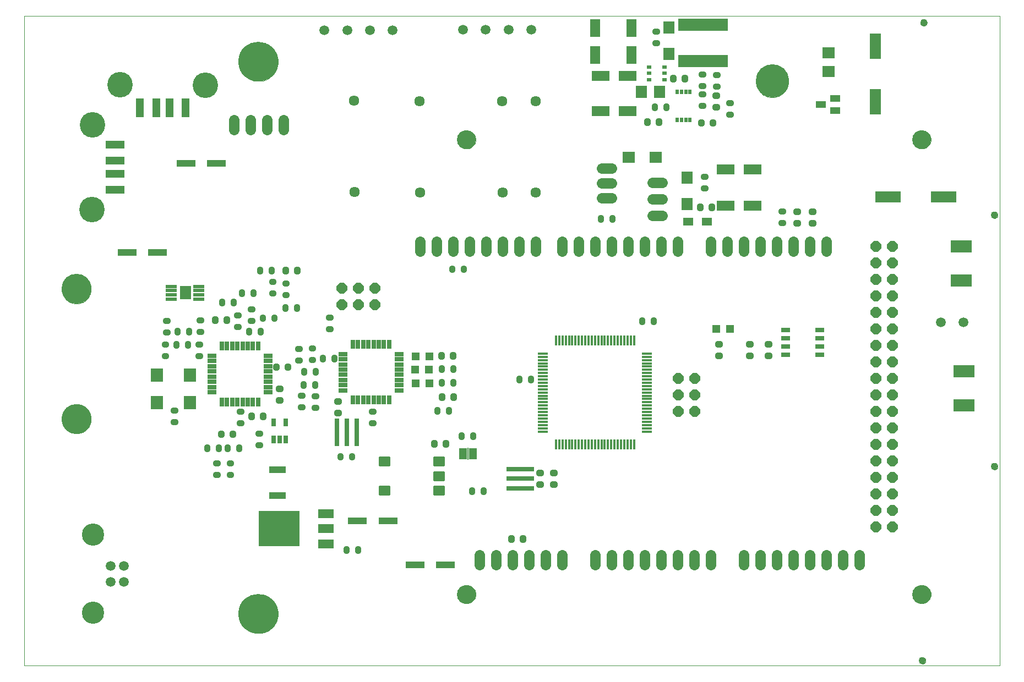
<source format=gts>
G75*
G70*
%OFA0B0*%
%FSLAX24Y24*%
%IPPOS*%
%LPD*%
%AMOC8*
5,1,8,0,0,1.08239X$1,22.5*
%
%ADD10C,0.0000*%
%ADD11C,0.2402*%
%ADD12C,0.2009*%
%ADD13C,0.1142*%
%ADD14C,0.1812*%
%ADD15C,0.0434*%
%ADD16OC8,0.0640*%
%ADD17C,0.0640*%
%ADD18R,0.1142X0.0434*%
%ADD19R,0.0512X0.0512*%
%ADD20R,0.2481X0.2166*%
%ADD21R,0.0670X0.0434*%
%ADD22R,0.0920X0.0520*%
%ADD23R,0.0906X0.1457*%
%ADD24C,0.0315*%
%ADD25R,0.0631X0.0158*%
%ADD26R,0.0158X0.0631*%
%ADD27R,0.0500X0.0670*%
%ADD28R,0.0060X0.0720*%
%ADD29C,0.0089*%
%ADD30R,0.0257X0.0512*%
%ADD31R,0.0260X0.0540*%
%ADD32R,0.0540X0.0260*%
%ADD33R,0.0670X0.0197*%
%ADD34R,0.0658X0.0784*%
%ADD35R,0.0480X0.1170*%
%ADD36C,0.1542*%
%ADD37R,0.0197X0.0300*%
%ADD38R,0.0670X0.0750*%
%ADD39R,0.0750X0.0670*%
%ADD40R,0.0631X0.0512*%
%ADD41R,0.0709X0.0749*%
%ADD42R,0.0591X0.0434*%
%ADD43R,0.0276X0.0217*%
%ADD44R,0.2993X0.0749*%
%ADD45R,0.1024X0.0434*%
%ADD46R,0.1280X0.0741*%
%ADD47R,0.0591X0.1064*%
%ADD48R,0.1064X0.0591*%
%ADD49R,0.0749X0.0827*%
%ADD50C,0.1346*%
%ADD51C,0.0594*%
%ADD52R,0.1170X0.0480*%
%ADD53C,0.0634*%
%ADD54R,0.0749X0.0709*%
%ADD55R,0.0670X0.1575*%
%ADD56R,0.0316X0.1654*%
%ADD57R,0.1654X0.0316*%
%ADD58R,0.1575X0.0670*%
%ADD59R,0.0540X0.0290*%
D10*
X000382Y000190D02*
X000382Y039560D01*
X059437Y039560D01*
X059437Y000190D01*
X000382Y000190D01*
X013374Y003340D02*
X013376Y003409D01*
X013382Y003477D01*
X013392Y003545D01*
X013406Y003612D01*
X013424Y003679D01*
X013445Y003744D01*
X013471Y003808D01*
X013500Y003870D01*
X013532Y003930D01*
X013568Y003989D01*
X013608Y004045D01*
X013650Y004099D01*
X013696Y004150D01*
X013745Y004199D01*
X013796Y004245D01*
X013850Y004287D01*
X013906Y004327D01*
X013964Y004363D01*
X014025Y004395D01*
X014087Y004424D01*
X014151Y004450D01*
X014216Y004471D01*
X014283Y004489D01*
X014350Y004503D01*
X014418Y004513D01*
X014486Y004519D01*
X014555Y004521D01*
X014624Y004519D01*
X014692Y004513D01*
X014760Y004503D01*
X014827Y004489D01*
X014894Y004471D01*
X014959Y004450D01*
X015023Y004424D01*
X015085Y004395D01*
X015145Y004363D01*
X015204Y004327D01*
X015260Y004287D01*
X015314Y004245D01*
X015365Y004199D01*
X015414Y004150D01*
X015460Y004099D01*
X015502Y004045D01*
X015542Y003989D01*
X015578Y003930D01*
X015610Y003870D01*
X015639Y003808D01*
X015665Y003744D01*
X015686Y003679D01*
X015704Y003612D01*
X015718Y003545D01*
X015728Y003477D01*
X015734Y003409D01*
X015736Y003340D01*
X015734Y003271D01*
X015728Y003203D01*
X015718Y003135D01*
X015704Y003068D01*
X015686Y003001D01*
X015665Y002936D01*
X015639Y002872D01*
X015610Y002810D01*
X015578Y002749D01*
X015542Y002691D01*
X015502Y002635D01*
X015460Y002581D01*
X015414Y002530D01*
X015365Y002481D01*
X015314Y002435D01*
X015260Y002393D01*
X015204Y002353D01*
X015146Y002317D01*
X015085Y002285D01*
X015023Y002256D01*
X014959Y002230D01*
X014894Y002209D01*
X014827Y002191D01*
X014760Y002177D01*
X014692Y002167D01*
X014624Y002161D01*
X014555Y002159D01*
X014486Y002161D01*
X014418Y002167D01*
X014350Y002177D01*
X014283Y002191D01*
X014216Y002209D01*
X014151Y002230D01*
X014087Y002256D01*
X014025Y002285D01*
X013964Y002317D01*
X013906Y002353D01*
X013850Y002393D01*
X013796Y002435D01*
X013745Y002481D01*
X013696Y002530D01*
X013650Y002581D01*
X013608Y002635D01*
X013568Y002691D01*
X013532Y002749D01*
X013500Y002810D01*
X013471Y002872D01*
X013445Y002936D01*
X013424Y003001D01*
X013406Y003068D01*
X013392Y003135D01*
X013382Y003203D01*
X013376Y003271D01*
X013374Y003340D01*
X026603Y004521D02*
X026605Y004568D01*
X026611Y004614D01*
X026621Y004660D01*
X026634Y004705D01*
X026652Y004748D01*
X026673Y004790D01*
X026697Y004830D01*
X026725Y004867D01*
X026756Y004902D01*
X026790Y004935D01*
X026826Y004964D01*
X026865Y004990D01*
X026906Y005013D01*
X026949Y005032D01*
X026993Y005048D01*
X027038Y005060D01*
X027084Y005068D01*
X027131Y005072D01*
X027177Y005072D01*
X027224Y005068D01*
X027270Y005060D01*
X027315Y005048D01*
X027359Y005032D01*
X027402Y005013D01*
X027443Y004990D01*
X027482Y004964D01*
X027518Y004935D01*
X027552Y004902D01*
X027583Y004867D01*
X027611Y004830D01*
X027635Y004790D01*
X027656Y004748D01*
X027674Y004705D01*
X027687Y004660D01*
X027697Y004614D01*
X027703Y004568D01*
X027705Y004521D01*
X027703Y004474D01*
X027697Y004428D01*
X027687Y004382D01*
X027674Y004337D01*
X027656Y004294D01*
X027635Y004252D01*
X027611Y004212D01*
X027583Y004175D01*
X027552Y004140D01*
X027518Y004107D01*
X027482Y004078D01*
X027443Y004052D01*
X027402Y004029D01*
X027359Y004010D01*
X027315Y003994D01*
X027270Y003982D01*
X027224Y003974D01*
X027177Y003970D01*
X027131Y003970D01*
X027084Y003974D01*
X027038Y003982D01*
X026993Y003994D01*
X026949Y004010D01*
X026906Y004029D01*
X026865Y004052D01*
X026826Y004078D01*
X026790Y004107D01*
X026756Y004140D01*
X026725Y004175D01*
X026697Y004212D01*
X026673Y004252D01*
X026652Y004294D01*
X026634Y004337D01*
X026621Y004382D01*
X026611Y004428D01*
X026605Y004474D01*
X026603Y004521D01*
X002645Y015151D02*
X002647Y015210D01*
X002653Y015269D01*
X002663Y015327D01*
X002676Y015385D01*
X002694Y015442D01*
X002715Y015497D01*
X002740Y015551D01*
X002769Y015603D01*
X002801Y015652D01*
X002836Y015700D01*
X002874Y015745D01*
X002915Y015788D01*
X002959Y015828D01*
X003005Y015864D01*
X003054Y015898D01*
X003105Y015928D01*
X003158Y015955D01*
X003213Y015978D01*
X003268Y015997D01*
X003326Y016013D01*
X003384Y016025D01*
X003442Y016033D01*
X003501Y016037D01*
X003561Y016037D01*
X003620Y016033D01*
X003678Y016025D01*
X003736Y016013D01*
X003794Y015997D01*
X003849Y015978D01*
X003904Y015955D01*
X003957Y015928D01*
X004008Y015898D01*
X004057Y015864D01*
X004103Y015828D01*
X004147Y015788D01*
X004188Y015745D01*
X004226Y015700D01*
X004261Y015652D01*
X004293Y015603D01*
X004322Y015551D01*
X004347Y015497D01*
X004368Y015442D01*
X004386Y015385D01*
X004399Y015327D01*
X004409Y015269D01*
X004415Y015210D01*
X004417Y015151D01*
X004415Y015092D01*
X004409Y015033D01*
X004399Y014975D01*
X004386Y014917D01*
X004368Y014860D01*
X004347Y014805D01*
X004322Y014751D01*
X004293Y014699D01*
X004261Y014650D01*
X004226Y014602D01*
X004188Y014557D01*
X004147Y014514D01*
X004103Y014474D01*
X004057Y014438D01*
X004008Y014404D01*
X003957Y014374D01*
X003904Y014347D01*
X003849Y014324D01*
X003794Y014305D01*
X003736Y014289D01*
X003678Y014277D01*
X003620Y014269D01*
X003561Y014265D01*
X003501Y014265D01*
X003442Y014269D01*
X003384Y014277D01*
X003326Y014289D01*
X003268Y014305D01*
X003213Y014324D01*
X003158Y014347D01*
X003105Y014374D01*
X003054Y014404D01*
X003005Y014438D01*
X002959Y014474D01*
X002915Y014514D01*
X002874Y014557D01*
X002836Y014602D01*
X002801Y014650D01*
X002769Y014699D01*
X002740Y014751D01*
X002715Y014805D01*
X002694Y014860D01*
X002676Y014917D01*
X002663Y014975D01*
X002653Y015033D01*
X002647Y015092D01*
X002645Y015151D01*
X002645Y023025D02*
X002647Y023084D01*
X002653Y023143D01*
X002663Y023201D01*
X002676Y023259D01*
X002694Y023316D01*
X002715Y023371D01*
X002740Y023425D01*
X002769Y023477D01*
X002801Y023526D01*
X002836Y023574D01*
X002874Y023619D01*
X002915Y023662D01*
X002959Y023702D01*
X003005Y023738D01*
X003054Y023772D01*
X003105Y023802D01*
X003158Y023829D01*
X003213Y023852D01*
X003268Y023871D01*
X003326Y023887D01*
X003384Y023899D01*
X003442Y023907D01*
X003501Y023911D01*
X003561Y023911D01*
X003620Y023907D01*
X003678Y023899D01*
X003736Y023887D01*
X003794Y023871D01*
X003849Y023852D01*
X003904Y023829D01*
X003957Y023802D01*
X004008Y023772D01*
X004057Y023738D01*
X004103Y023702D01*
X004147Y023662D01*
X004188Y023619D01*
X004226Y023574D01*
X004261Y023526D01*
X004293Y023477D01*
X004322Y023425D01*
X004347Y023371D01*
X004368Y023316D01*
X004386Y023259D01*
X004399Y023201D01*
X004409Y023143D01*
X004415Y023084D01*
X004417Y023025D01*
X004415Y022966D01*
X004409Y022907D01*
X004399Y022849D01*
X004386Y022791D01*
X004368Y022734D01*
X004347Y022679D01*
X004322Y022625D01*
X004293Y022573D01*
X004261Y022524D01*
X004226Y022476D01*
X004188Y022431D01*
X004147Y022388D01*
X004103Y022348D01*
X004057Y022312D01*
X004008Y022278D01*
X003957Y022248D01*
X003904Y022221D01*
X003849Y022198D01*
X003794Y022179D01*
X003736Y022163D01*
X003678Y022151D01*
X003620Y022143D01*
X003561Y022139D01*
X003501Y022139D01*
X003442Y022143D01*
X003384Y022151D01*
X003326Y022163D01*
X003268Y022179D01*
X003213Y022198D01*
X003158Y022221D01*
X003105Y022248D01*
X003054Y022278D01*
X003005Y022312D01*
X002959Y022348D01*
X002915Y022388D01*
X002874Y022431D01*
X002836Y022476D01*
X002801Y022524D01*
X002769Y022573D01*
X002740Y022625D01*
X002715Y022679D01*
X002694Y022734D01*
X002676Y022791D01*
X002663Y022849D01*
X002653Y022907D01*
X002647Y022966D01*
X002645Y023025D01*
X013374Y036804D02*
X013376Y036873D01*
X013382Y036941D01*
X013392Y037009D01*
X013406Y037076D01*
X013424Y037143D01*
X013445Y037208D01*
X013471Y037272D01*
X013500Y037334D01*
X013532Y037394D01*
X013568Y037453D01*
X013608Y037509D01*
X013650Y037563D01*
X013696Y037614D01*
X013745Y037663D01*
X013796Y037709D01*
X013850Y037751D01*
X013906Y037791D01*
X013964Y037827D01*
X014025Y037859D01*
X014087Y037888D01*
X014151Y037914D01*
X014216Y037935D01*
X014283Y037953D01*
X014350Y037967D01*
X014418Y037977D01*
X014486Y037983D01*
X014555Y037985D01*
X014624Y037983D01*
X014692Y037977D01*
X014760Y037967D01*
X014827Y037953D01*
X014894Y037935D01*
X014959Y037914D01*
X015023Y037888D01*
X015085Y037859D01*
X015145Y037827D01*
X015204Y037791D01*
X015260Y037751D01*
X015314Y037709D01*
X015365Y037663D01*
X015414Y037614D01*
X015460Y037563D01*
X015502Y037509D01*
X015542Y037453D01*
X015578Y037394D01*
X015610Y037334D01*
X015639Y037272D01*
X015665Y037208D01*
X015686Y037143D01*
X015704Y037076D01*
X015718Y037009D01*
X015728Y036941D01*
X015734Y036873D01*
X015736Y036804D01*
X015734Y036735D01*
X015728Y036667D01*
X015718Y036599D01*
X015704Y036532D01*
X015686Y036465D01*
X015665Y036400D01*
X015639Y036336D01*
X015610Y036274D01*
X015578Y036213D01*
X015542Y036155D01*
X015502Y036099D01*
X015460Y036045D01*
X015414Y035994D01*
X015365Y035945D01*
X015314Y035899D01*
X015260Y035857D01*
X015204Y035817D01*
X015146Y035781D01*
X015085Y035749D01*
X015023Y035720D01*
X014959Y035694D01*
X014894Y035673D01*
X014827Y035655D01*
X014760Y035641D01*
X014692Y035631D01*
X014624Y035625D01*
X014555Y035623D01*
X014486Y035625D01*
X014418Y035631D01*
X014350Y035641D01*
X014283Y035655D01*
X014216Y035673D01*
X014151Y035694D01*
X014087Y035720D01*
X014025Y035749D01*
X013964Y035781D01*
X013906Y035817D01*
X013850Y035857D01*
X013796Y035899D01*
X013745Y035945D01*
X013696Y035994D01*
X013650Y036045D01*
X013608Y036099D01*
X013568Y036155D01*
X013532Y036213D01*
X013500Y036274D01*
X013471Y036336D01*
X013445Y036400D01*
X013424Y036465D01*
X013406Y036532D01*
X013392Y036599D01*
X013382Y036667D01*
X013376Y036735D01*
X013374Y036804D01*
X026603Y032080D02*
X026605Y032127D01*
X026611Y032173D01*
X026621Y032219D01*
X026634Y032264D01*
X026652Y032307D01*
X026673Y032349D01*
X026697Y032389D01*
X026725Y032426D01*
X026756Y032461D01*
X026790Y032494D01*
X026826Y032523D01*
X026865Y032549D01*
X026906Y032572D01*
X026949Y032591D01*
X026993Y032607D01*
X027038Y032619D01*
X027084Y032627D01*
X027131Y032631D01*
X027177Y032631D01*
X027224Y032627D01*
X027270Y032619D01*
X027315Y032607D01*
X027359Y032591D01*
X027402Y032572D01*
X027443Y032549D01*
X027482Y032523D01*
X027518Y032494D01*
X027552Y032461D01*
X027583Y032426D01*
X027611Y032389D01*
X027635Y032349D01*
X027656Y032307D01*
X027674Y032264D01*
X027687Y032219D01*
X027697Y032173D01*
X027703Y032127D01*
X027705Y032080D01*
X027703Y032033D01*
X027697Y031987D01*
X027687Y031941D01*
X027674Y031896D01*
X027656Y031853D01*
X027635Y031811D01*
X027611Y031771D01*
X027583Y031734D01*
X027552Y031699D01*
X027518Y031666D01*
X027482Y031637D01*
X027443Y031611D01*
X027402Y031588D01*
X027359Y031569D01*
X027315Y031553D01*
X027270Y031541D01*
X027224Y031533D01*
X027177Y031529D01*
X027131Y031529D01*
X027084Y031533D01*
X027038Y031541D01*
X026993Y031553D01*
X026949Y031569D01*
X026906Y031588D01*
X026865Y031611D01*
X026826Y031637D01*
X026790Y031666D01*
X026756Y031699D01*
X026725Y031734D01*
X026697Y031771D01*
X026673Y031811D01*
X026652Y031853D01*
X026634Y031896D01*
X026621Y031941D01*
X026611Y031987D01*
X026605Y032033D01*
X026603Y032080D01*
X044673Y035623D02*
X044675Y035685D01*
X044681Y035748D01*
X044691Y035809D01*
X044705Y035870D01*
X044722Y035930D01*
X044743Y035989D01*
X044769Y036046D01*
X044797Y036101D01*
X044829Y036155D01*
X044865Y036206D01*
X044903Y036256D01*
X044945Y036302D01*
X044989Y036346D01*
X045037Y036387D01*
X045086Y036425D01*
X045138Y036459D01*
X045192Y036490D01*
X045248Y036518D01*
X045306Y036542D01*
X045365Y036563D01*
X045425Y036579D01*
X045486Y036592D01*
X045548Y036601D01*
X045610Y036606D01*
X045673Y036607D01*
X045735Y036604D01*
X045797Y036597D01*
X045859Y036586D01*
X045919Y036571D01*
X045979Y036553D01*
X046037Y036531D01*
X046094Y036505D01*
X046149Y036475D01*
X046202Y036442D01*
X046253Y036406D01*
X046301Y036367D01*
X046347Y036324D01*
X046390Y036279D01*
X046430Y036231D01*
X046467Y036181D01*
X046501Y036128D01*
X046532Y036074D01*
X046558Y036018D01*
X046582Y035960D01*
X046601Y035900D01*
X046617Y035840D01*
X046629Y035778D01*
X046637Y035717D01*
X046641Y035654D01*
X046641Y035592D01*
X046637Y035529D01*
X046629Y035468D01*
X046617Y035406D01*
X046601Y035346D01*
X046582Y035286D01*
X046558Y035228D01*
X046532Y035172D01*
X046501Y035118D01*
X046467Y035065D01*
X046430Y035015D01*
X046390Y034967D01*
X046347Y034922D01*
X046301Y034879D01*
X046253Y034840D01*
X046202Y034804D01*
X046149Y034771D01*
X046094Y034741D01*
X046037Y034715D01*
X045979Y034693D01*
X045919Y034675D01*
X045859Y034660D01*
X045797Y034649D01*
X045735Y034642D01*
X045673Y034639D01*
X045610Y034640D01*
X045548Y034645D01*
X045486Y034654D01*
X045425Y034667D01*
X045365Y034683D01*
X045306Y034704D01*
X045248Y034728D01*
X045192Y034756D01*
X045138Y034787D01*
X045086Y034821D01*
X045037Y034859D01*
X044989Y034900D01*
X044945Y034944D01*
X044903Y034990D01*
X044865Y035040D01*
X044829Y035091D01*
X044797Y035145D01*
X044769Y035200D01*
X044743Y035257D01*
X044722Y035316D01*
X044705Y035376D01*
X044691Y035437D01*
X044681Y035498D01*
X044675Y035561D01*
X044673Y035623D01*
X054162Y032080D02*
X054164Y032127D01*
X054170Y032173D01*
X054180Y032219D01*
X054193Y032264D01*
X054211Y032307D01*
X054232Y032349D01*
X054256Y032389D01*
X054284Y032426D01*
X054315Y032461D01*
X054349Y032494D01*
X054385Y032523D01*
X054424Y032549D01*
X054465Y032572D01*
X054508Y032591D01*
X054552Y032607D01*
X054597Y032619D01*
X054643Y032627D01*
X054690Y032631D01*
X054736Y032631D01*
X054783Y032627D01*
X054829Y032619D01*
X054874Y032607D01*
X054918Y032591D01*
X054961Y032572D01*
X055002Y032549D01*
X055041Y032523D01*
X055077Y032494D01*
X055111Y032461D01*
X055142Y032426D01*
X055170Y032389D01*
X055194Y032349D01*
X055215Y032307D01*
X055233Y032264D01*
X055246Y032219D01*
X055256Y032173D01*
X055262Y032127D01*
X055264Y032080D01*
X055262Y032033D01*
X055256Y031987D01*
X055246Y031941D01*
X055233Y031896D01*
X055215Y031853D01*
X055194Y031811D01*
X055170Y031771D01*
X055142Y031734D01*
X055111Y031699D01*
X055077Y031666D01*
X055041Y031637D01*
X055002Y031611D01*
X054961Y031588D01*
X054918Y031569D01*
X054874Y031553D01*
X054829Y031541D01*
X054783Y031533D01*
X054736Y031529D01*
X054690Y031529D01*
X054643Y031533D01*
X054597Y031541D01*
X054552Y031553D01*
X054508Y031569D01*
X054465Y031588D01*
X054424Y031611D01*
X054385Y031637D01*
X054349Y031666D01*
X054315Y031699D01*
X054284Y031734D01*
X054256Y031771D01*
X054232Y031811D01*
X054211Y031853D01*
X054193Y031896D01*
X054180Y031941D01*
X054170Y031987D01*
X054164Y032033D01*
X054162Y032080D01*
X058925Y027513D02*
X058927Y027540D01*
X058933Y027567D01*
X058942Y027593D01*
X058955Y027617D01*
X058971Y027640D01*
X058990Y027659D01*
X059012Y027676D01*
X059036Y027690D01*
X059061Y027700D01*
X059088Y027707D01*
X059115Y027710D01*
X059143Y027709D01*
X059170Y027704D01*
X059196Y027696D01*
X059220Y027684D01*
X059243Y027668D01*
X059264Y027650D01*
X059281Y027629D01*
X059296Y027605D01*
X059307Y027580D01*
X059315Y027554D01*
X059319Y027527D01*
X059319Y027499D01*
X059315Y027472D01*
X059307Y027446D01*
X059296Y027421D01*
X059281Y027397D01*
X059264Y027376D01*
X059243Y027358D01*
X059221Y027342D01*
X059196Y027330D01*
X059170Y027322D01*
X059143Y027317D01*
X059115Y027316D01*
X059088Y027319D01*
X059061Y027326D01*
X059036Y027336D01*
X059012Y027350D01*
X058990Y027367D01*
X058971Y027386D01*
X058955Y027409D01*
X058942Y027433D01*
X058933Y027459D01*
X058927Y027486D01*
X058925Y027513D01*
X054634Y039166D02*
X054636Y039193D01*
X054642Y039220D01*
X054651Y039246D01*
X054664Y039270D01*
X054680Y039293D01*
X054699Y039312D01*
X054721Y039329D01*
X054745Y039343D01*
X054770Y039353D01*
X054797Y039360D01*
X054824Y039363D01*
X054852Y039362D01*
X054879Y039357D01*
X054905Y039349D01*
X054929Y039337D01*
X054952Y039321D01*
X054973Y039303D01*
X054990Y039282D01*
X055005Y039258D01*
X055016Y039233D01*
X055024Y039207D01*
X055028Y039180D01*
X055028Y039152D01*
X055024Y039125D01*
X055016Y039099D01*
X055005Y039074D01*
X054990Y039050D01*
X054973Y039029D01*
X054952Y039011D01*
X054930Y038995D01*
X054905Y038983D01*
X054879Y038975D01*
X054852Y038970D01*
X054824Y038969D01*
X054797Y038972D01*
X054770Y038979D01*
X054745Y038989D01*
X054721Y039003D01*
X054699Y039020D01*
X054680Y039039D01*
X054664Y039062D01*
X054651Y039086D01*
X054642Y039112D01*
X054636Y039139D01*
X054634Y039166D01*
X058925Y012277D02*
X058927Y012304D01*
X058933Y012331D01*
X058942Y012357D01*
X058955Y012381D01*
X058971Y012404D01*
X058990Y012423D01*
X059012Y012440D01*
X059036Y012454D01*
X059061Y012464D01*
X059088Y012471D01*
X059115Y012474D01*
X059143Y012473D01*
X059170Y012468D01*
X059196Y012460D01*
X059220Y012448D01*
X059243Y012432D01*
X059264Y012414D01*
X059281Y012393D01*
X059296Y012369D01*
X059307Y012344D01*
X059315Y012318D01*
X059319Y012291D01*
X059319Y012263D01*
X059315Y012236D01*
X059307Y012210D01*
X059296Y012185D01*
X059281Y012161D01*
X059264Y012140D01*
X059243Y012122D01*
X059221Y012106D01*
X059196Y012094D01*
X059170Y012086D01*
X059143Y012081D01*
X059115Y012080D01*
X059088Y012083D01*
X059061Y012090D01*
X059036Y012100D01*
X059012Y012114D01*
X058990Y012131D01*
X058971Y012150D01*
X058955Y012173D01*
X058942Y012197D01*
X058933Y012223D01*
X058927Y012250D01*
X058925Y012277D01*
X054162Y004521D02*
X054164Y004568D01*
X054170Y004614D01*
X054180Y004660D01*
X054193Y004705D01*
X054211Y004748D01*
X054232Y004790D01*
X054256Y004830D01*
X054284Y004867D01*
X054315Y004902D01*
X054349Y004935D01*
X054385Y004964D01*
X054424Y004990D01*
X054465Y005013D01*
X054508Y005032D01*
X054552Y005048D01*
X054597Y005060D01*
X054643Y005068D01*
X054690Y005072D01*
X054736Y005072D01*
X054783Y005068D01*
X054829Y005060D01*
X054874Y005048D01*
X054918Y005032D01*
X054961Y005013D01*
X055002Y004990D01*
X055041Y004964D01*
X055077Y004935D01*
X055111Y004902D01*
X055142Y004867D01*
X055170Y004830D01*
X055194Y004790D01*
X055215Y004748D01*
X055233Y004705D01*
X055246Y004660D01*
X055256Y004614D01*
X055262Y004568D01*
X055264Y004521D01*
X055262Y004474D01*
X055256Y004428D01*
X055246Y004382D01*
X055233Y004337D01*
X055215Y004294D01*
X055194Y004252D01*
X055170Y004212D01*
X055142Y004175D01*
X055111Y004140D01*
X055077Y004107D01*
X055041Y004078D01*
X055002Y004052D01*
X054961Y004029D01*
X054918Y004010D01*
X054874Y003994D01*
X054829Y003982D01*
X054783Y003974D01*
X054736Y003970D01*
X054690Y003970D01*
X054643Y003974D01*
X054597Y003982D01*
X054552Y003994D01*
X054508Y004010D01*
X054465Y004029D01*
X054424Y004052D01*
X054385Y004078D01*
X054349Y004107D01*
X054315Y004140D01*
X054284Y004175D01*
X054256Y004212D01*
X054232Y004252D01*
X054211Y004294D01*
X054193Y004337D01*
X054180Y004382D01*
X054170Y004428D01*
X054164Y004474D01*
X054162Y004521D01*
X054555Y000505D02*
X054557Y000532D01*
X054563Y000559D01*
X054572Y000585D01*
X054585Y000609D01*
X054601Y000632D01*
X054620Y000651D01*
X054642Y000668D01*
X054666Y000682D01*
X054691Y000692D01*
X054718Y000699D01*
X054745Y000702D01*
X054773Y000701D01*
X054800Y000696D01*
X054826Y000688D01*
X054850Y000676D01*
X054873Y000660D01*
X054894Y000642D01*
X054911Y000621D01*
X054926Y000597D01*
X054937Y000572D01*
X054945Y000546D01*
X054949Y000519D01*
X054949Y000491D01*
X054945Y000464D01*
X054937Y000438D01*
X054926Y000413D01*
X054911Y000389D01*
X054894Y000368D01*
X054873Y000350D01*
X054851Y000334D01*
X054826Y000322D01*
X054800Y000314D01*
X054773Y000309D01*
X054745Y000308D01*
X054718Y000311D01*
X054691Y000318D01*
X054666Y000328D01*
X054642Y000342D01*
X054620Y000359D01*
X054601Y000378D01*
X054585Y000401D01*
X054572Y000425D01*
X054563Y000451D01*
X054557Y000478D01*
X054555Y000505D01*
D11*
X014555Y003340D03*
X014555Y036804D03*
D12*
X045657Y035623D03*
D13*
X054713Y032080D03*
X027154Y032080D03*
X027154Y004521D03*
X054713Y004521D03*
D14*
X003531Y015151D03*
X003531Y023025D03*
D15*
X054831Y039166D03*
X059122Y027513D03*
X059122Y012277D03*
X054752Y000505D03*
D16*
X052932Y008590D03*
X051932Y008590D03*
X051932Y009590D03*
X052932Y009590D03*
X052932Y010590D03*
X051932Y010590D03*
X051932Y011590D03*
X052932Y011590D03*
X052932Y012590D03*
X051932Y012590D03*
X051932Y013590D03*
X052932Y013590D03*
X052932Y014590D03*
X051932Y014590D03*
X051932Y015590D03*
X052932Y015590D03*
X052932Y016590D03*
X051932Y016590D03*
X051932Y017590D03*
X052932Y017590D03*
X052932Y018590D03*
X051932Y018590D03*
X051932Y019590D03*
X052932Y019590D03*
X052932Y020590D03*
X051932Y020590D03*
X051932Y021590D03*
X052932Y021590D03*
X052932Y022590D03*
X051932Y022590D03*
X051932Y023590D03*
X052932Y023590D03*
X052932Y024590D03*
X051932Y024590D03*
X051932Y025590D03*
X052932Y025590D03*
X040982Y017590D03*
X039982Y017590D03*
X039982Y016590D03*
X040982Y016590D03*
X040982Y015590D03*
X039982Y015590D03*
X021603Y022073D03*
X020603Y022073D03*
X019603Y022073D03*
X019603Y023073D03*
X020603Y023073D03*
X021603Y023073D03*
D17*
X024332Y025290D02*
X024332Y025890D01*
X025332Y025890D02*
X025332Y025290D01*
X026332Y025290D02*
X026332Y025890D01*
X027332Y025890D02*
X027332Y025290D01*
X028332Y025290D02*
X028332Y025890D01*
X029332Y025890D02*
X029332Y025290D01*
X030332Y025290D02*
X030332Y025890D01*
X031332Y025890D02*
X031332Y025290D01*
X032932Y025290D02*
X032932Y025890D01*
X033932Y025890D02*
X033932Y025290D01*
X034932Y025290D02*
X034932Y025890D01*
X035932Y025890D02*
X035932Y025290D01*
X036932Y025290D02*
X036932Y025890D01*
X037932Y025890D02*
X037932Y025290D01*
X038932Y025290D02*
X038932Y025890D01*
X039932Y025890D02*
X039932Y025290D01*
X041932Y025290D02*
X041932Y025890D01*
X042932Y025890D02*
X042932Y025290D01*
X043932Y025290D02*
X043932Y025890D01*
X044932Y025890D02*
X044932Y025290D01*
X045932Y025290D02*
X045932Y025890D01*
X046932Y025890D02*
X046932Y025290D01*
X047932Y025290D02*
X047932Y025890D01*
X048932Y025890D02*
X048932Y025290D01*
X039005Y027458D02*
X038405Y027458D01*
X038405Y028458D02*
X039005Y028458D01*
X039005Y029458D02*
X038405Y029458D01*
X035930Y029442D02*
X035330Y029442D01*
X035330Y030342D02*
X035930Y030342D01*
X035930Y028542D02*
X035330Y028542D01*
X016056Y032667D02*
X016056Y033267D01*
X015056Y033267D02*
X015056Y032667D01*
X014056Y032667D02*
X014056Y033267D01*
X013056Y033267D02*
X013056Y032667D01*
X027932Y006890D02*
X027932Y006290D01*
X028932Y006290D02*
X028932Y006890D01*
X029932Y006890D02*
X029932Y006290D01*
X030932Y006290D02*
X030932Y006890D01*
X031932Y006890D02*
X031932Y006290D01*
X032932Y006290D02*
X032932Y006890D01*
X034932Y006890D02*
X034932Y006290D01*
X035932Y006290D02*
X035932Y006890D01*
X036932Y006890D02*
X036932Y006290D01*
X037932Y006290D02*
X037932Y006890D01*
X038932Y006890D02*
X038932Y006290D01*
X039932Y006290D02*
X039932Y006890D01*
X040932Y006890D02*
X040932Y006290D01*
X041932Y006290D02*
X041932Y006890D01*
X043932Y006890D02*
X043932Y006290D01*
X044932Y006290D02*
X044932Y006890D01*
X045932Y006890D02*
X045932Y006290D01*
X046932Y006290D02*
X046932Y006890D01*
X047932Y006890D02*
X047932Y006290D01*
X048932Y006290D02*
X048932Y006890D01*
X049932Y006890D02*
X049932Y006290D01*
X050932Y006290D02*
X050932Y006890D01*
D18*
X025886Y006294D03*
X024036Y006294D03*
X022397Y008961D03*
X020547Y008961D03*
X008453Y025249D03*
X006602Y025249D03*
X010165Y030623D03*
X012016Y030623D03*
D19*
X024066Y018938D03*
X024893Y018938D03*
X024873Y018129D03*
X024046Y018129D03*
X024066Y017320D03*
X024893Y017320D03*
X042269Y020590D03*
X043095Y020590D03*
D20*
X015798Y008490D03*
D21*
X018672Y007592D03*
X018672Y009388D03*
D22*
X018652Y009400D03*
X018652Y008490D03*
X018652Y007580D03*
D23*
X016212Y008490D03*
D24*
X019829Y007290D02*
X019829Y007132D01*
X019829Y007290D02*
X019909Y007290D01*
X019909Y007132D01*
X019829Y007132D01*
X020529Y007132D02*
X020529Y007290D01*
X020609Y007290D01*
X020609Y007132D01*
X020529Y007132D01*
X027442Y010711D02*
X027522Y010711D01*
X027442Y010711D02*
X027442Y010869D01*
X027522Y010869D01*
X027522Y010711D01*
X028142Y010711D02*
X028222Y010711D01*
X028142Y010711D02*
X028142Y010869D01*
X028222Y010869D01*
X028222Y010711D01*
X031661Y011150D02*
X031661Y011230D01*
X031661Y011150D02*
X031503Y011150D01*
X031503Y011230D01*
X031661Y011230D01*
X032353Y011230D02*
X032353Y011150D01*
X032353Y011230D02*
X032511Y011230D01*
X032511Y011150D01*
X032353Y011150D01*
X032353Y011850D02*
X032353Y011930D01*
X032511Y011930D01*
X032511Y011850D01*
X032353Y011850D01*
X031661Y011850D02*
X031661Y011930D01*
X031661Y011850D02*
X031503Y011850D01*
X031503Y011930D01*
X031661Y011930D01*
X027502Y014038D02*
X027502Y014196D01*
X027582Y014196D01*
X027582Y014038D01*
X027502Y014038D01*
X026802Y014038D02*
X026802Y014196D01*
X026882Y014196D01*
X026882Y014038D01*
X026802Y014038D01*
X025928Y013732D02*
X025928Y013574D01*
X025848Y013574D01*
X025848Y013732D01*
X025928Y013732D01*
X025228Y013732D02*
X025228Y013574D01*
X025148Y013574D01*
X025148Y013732D01*
X025228Y013732D01*
X025333Y015587D02*
X025413Y015587D01*
X025333Y015587D02*
X025333Y015745D01*
X025413Y015745D01*
X025413Y015587D01*
X026033Y015587D02*
X026113Y015587D01*
X026033Y015587D02*
X026033Y015745D01*
X026113Y015745D01*
X026113Y015587D01*
X026309Y016407D02*
X026389Y016407D01*
X026309Y016407D02*
X026309Y016565D01*
X026389Y016565D01*
X026389Y016407D01*
X025689Y016407D02*
X025609Y016407D01*
X025609Y016565D01*
X025689Y016565D01*
X025689Y016407D01*
X025669Y017438D02*
X025589Y017438D01*
X025669Y017438D02*
X025669Y017280D01*
X025589Y017280D01*
X025589Y017438D01*
X026289Y017438D02*
X026369Y017438D01*
X026369Y017280D01*
X026289Y017280D01*
X026289Y017438D01*
X026289Y018276D02*
X026369Y018276D01*
X026369Y018118D01*
X026289Y018118D01*
X026289Y018276D01*
X025669Y018276D02*
X025589Y018276D01*
X025669Y018276D02*
X025669Y018118D01*
X025589Y018118D01*
X025589Y018276D01*
X025579Y018918D02*
X025659Y018918D01*
X025579Y018918D02*
X025579Y019076D01*
X025659Y019076D01*
X025659Y018918D01*
X026279Y018918D02*
X026359Y018918D01*
X026279Y018918D02*
X026279Y019076D01*
X026359Y019076D01*
X026359Y018918D01*
X030308Y017645D02*
X030308Y017487D01*
X030308Y017645D02*
X030388Y017645D01*
X030388Y017487D01*
X030308Y017487D01*
X031008Y017487D02*
X031008Y017645D01*
X031088Y017645D01*
X031088Y017487D01*
X031008Y017487D01*
X037822Y021011D02*
X037822Y021169D01*
X037822Y021011D02*
X037742Y021011D01*
X037742Y021169D01*
X037822Y021169D01*
X038522Y021169D02*
X038522Y021011D01*
X038442Y021011D01*
X038442Y021169D01*
X038522Y021169D01*
X042353Y019730D02*
X042353Y019650D01*
X042353Y019730D02*
X042511Y019730D01*
X042511Y019650D01*
X042353Y019650D01*
X042353Y019030D02*
X042353Y018950D01*
X042353Y019030D02*
X042511Y019030D01*
X042511Y018950D01*
X042353Y018950D01*
X044363Y018950D02*
X044363Y019030D01*
X044363Y018950D02*
X044205Y018950D01*
X044205Y019030D01*
X044363Y019030D01*
X044363Y019650D02*
X044363Y019730D01*
X044363Y019650D02*
X044205Y019650D01*
X044205Y019730D01*
X044363Y019730D01*
X045502Y019730D02*
X045502Y019650D01*
X045344Y019650D01*
X045344Y019730D01*
X045502Y019730D01*
X045502Y019030D02*
X045502Y018950D01*
X045344Y018950D01*
X045344Y019030D01*
X045502Y019030D01*
X046169Y027005D02*
X046169Y027085D01*
X046327Y027085D01*
X046327Y027005D01*
X046169Y027005D01*
X046169Y027705D02*
X046169Y027785D01*
X046327Y027785D01*
X046327Y027705D01*
X046169Y027705D01*
X047075Y027685D02*
X047233Y027685D01*
X047075Y027685D02*
X047075Y027765D01*
X047233Y027765D01*
X047233Y027685D01*
X047233Y026985D02*
X047075Y026985D01*
X047075Y027065D01*
X047233Y027065D01*
X047233Y026985D01*
X048000Y026985D02*
X048000Y027065D01*
X048158Y027065D01*
X048158Y026985D01*
X048000Y026985D01*
X048000Y027685D02*
X048000Y027765D01*
X048158Y027765D01*
X048158Y027685D01*
X048000Y027685D01*
X042032Y027906D02*
X041952Y027906D01*
X041952Y028064D01*
X042032Y028064D01*
X042032Y027906D01*
X041332Y027906D02*
X041252Y027906D01*
X041252Y028064D01*
X041332Y028064D01*
X041332Y027906D01*
X041484Y029091D02*
X041484Y029171D01*
X041642Y029171D01*
X041642Y029091D01*
X041484Y029091D01*
X041484Y029791D02*
X041484Y029871D01*
X041642Y029871D01*
X041642Y029791D01*
X041484Y029791D01*
X041391Y033024D02*
X041391Y033182D01*
X041391Y033024D02*
X041311Y033024D01*
X041311Y033182D01*
X041391Y033182D01*
X042091Y033182D02*
X042091Y033024D01*
X042011Y033024D01*
X042011Y033182D01*
X042091Y033182D01*
X042173Y034013D02*
X042173Y034093D01*
X042331Y034093D01*
X042331Y034013D01*
X042173Y034013D01*
X041504Y034091D02*
X041504Y034171D01*
X041504Y034091D02*
X041346Y034091D01*
X041346Y034171D01*
X041504Y034171D01*
X041504Y034791D02*
X041504Y034871D01*
X041504Y034791D02*
X041346Y034791D01*
X041346Y034871D01*
X041504Y034871D01*
X041346Y035292D02*
X041346Y035372D01*
X041504Y035372D01*
X041504Y035292D01*
X041346Y035292D01*
X042212Y035272D02*
X042370Y035272D01*
X042212Y035272D02*
X042212Y035352D01*
X042370Y035352D01*
X042370Y035272D01*
X042173Y034793D02*
X042173Y034713D01*
X042173Y034793D02*
X042331Y034793D01*
X042331Y034713D01*
X042173Y034713D01*
X043019Y034340D02*
X043019Y034260D01*
X043019Y034340D02*
X043177Y034340D01*
X043177Y034260D01*
X043019Y034260D01*
X043019Y033640D02*
X043019Y033560D01*
X043019Y033640D02*
X043177Y033640D01*
X043177Y033560D01*
X043019Y033560D01*
X040398Y035702D02*
X040318Y035702D01*
X040318Y035860D01*
X040398Y035860D01*
X040398Y035702D01*
X039698Y035702D02*
X039618Y035702D01*
X039618Y035860D01*
X039698Y035860D01*
X039698Y035702D01*
X041346Y035992D02*
X041346Y036072D01*
X041504Y036072D01*
X041504Y035992D01*
X041346Y035992D01*
X042212Y035972D02*
X042370Y035972D01*
X042212Y035972D02*
X042212Y036052D01*
X042370Y036052D01*
X042370Y035972D01*
X039276Y033969D02*
X039196Y033969D01*
X039196Y034127D01*
X039276Y034127D01*
X039276Y033969D01*
X038576Y033969D02*
X038496Y033969D01*
X038496Y034127D01*
X038576Y034127D01*
X038576Y033969D01*
X038743Y033241D02*
X038743Y033083D01*
X038743Y033241D02*
X038823Y033241D01*
X038823Y033083D01*
X038743Y033083D01*
X038043Y033083D02*
X038043Y033241D01*
X038123Y033241D01*
X038123Y033083D01*
X038043Y033083D01*
X038531Y037971D02*
X038689Y037971D01*
X038689Y037891D01*
X038531Y037891D01*
X038531Y037971D01*
X038531Y038671D02*
X038689Y038671D01*
X038689Y038591D01*
X038531Y038591D01*
X038531Y038671D01*
X036008Y027356D02*
X035928Y027356D01*
X036008Y027356D02*
X036008Y027198D01*
X035928Y027198D01*
X035928Y027356D01*
X035308Y027356D02*
X035228Y027356D01*
X035308Y027356D02*
X035308Y027198D01*
X035228Y027198D01*
X035228Y027356D01*
X027022Y024319D02*
X027022Y024161D01*
X026942Y024161D01*
X026942Y024319D01*
X027022Y024319D01*
X026322Y024319D02*
X026322Y024161D01*
X026242Y024161D01*
X026242Y024319D01*
X026322Y024319D01*
X018932Y021344D02*
X018932Y021264D01*
X018774Y021264D01*
X018774Y021344D01*
X018932Y021344D01*
X018932Y020644D02*
X018932Y020564D01*
X018774Y020564D01*
X018774Y020644D01*
X018932Y020644D01*
X017882Y019478D02*
X017882Y019398D01*
X017724Y019398D01*
X017724Y019478D01*
X017882Y019478D01*
X017075Y019358D02*
X016917Y019358D01*
X016917Y019438D01*
X017075Y019438D01*
X017075Y019358D01*
X017075Y018658D02*
X016917Y018658D01*
X016917Y018738D01*
X017075Y018738D01*
X017075Y018658D01*
X017882Y018698D02*
X017882Y018778D01*
X017882Y018698D02*
X017724Y018698D01*
X017724Y018778D01*
X017882Y018778D01*
X018404Y018746D02*
X018404Y018904D01*
X018484Y018904D01*
X018484Y018746D01*
X018404Y018746D01*
X019104Y018746D02*
X019104Y018904D01*
X019184Y018904D01*
X019184Y018746D01*
X019104Y018746D01*
X018036Y018104D02*
X017956Y018104D01*
X018036Y018104D02*
X018036Y017946D01*
X017956Y017946D01*
X017956Y018104D01*
X017336Y018104D02*
X017256Y018104D01*
X017336Y018104D02*
X017336Y017946D01*
X017256Y017946D01*
X017256Y018104D01*
X016368Y018225D02*
X016288Y018225D01*
X016288Y018383D01*
X016368Y018383D01*
X016368Y018225D01*
X015668Y018225D02*
X015588Y018225D01*
X015588Y018383D01*
X015668Y018383D01*
X015668Y018225D01*
X015751Y017024D02*
X015751Y016944D01*
X015751Y017024D02*
X015909Y017024D01*
X015909Y016944D01*
X015751Y016944D01*
X015751Y016324D02*
X015751Y016244D01*
X015751Y016324D02*
X015909Y016324D01*
X015909Y016244D01*
X015751Y016244D01*
X014866Y015402D02*
X014866Y015244D01*
X014786Y015244D01*
X014786Y015402D01*
X014866Y015402D01*
X014166Y015402D02*
X014166Y015244D01*
X014086Y015244D01*
X014086Y015402D01*
X014166Y015402D01*
X013369Y015563D02*
X013369Y015643D01*
X013527Y015643D01*
X013527Y015563D01*
X013369Y015563D01*
X013369Y014943D02*
X013369Y014863D01*
X013369Y014943D02*
X013527Y014943D01*
X013527Y014863D01*
X013369Y014863D01*
X013023Y014161D02*
X012943Y014161D01*
X012943Y014319D01*
X013023Y014319D01*
X013023Y014161D01*
X012323Y014161D02*
X012243Y014161D01*
X012243Y014319D01*
X012323Y014319D01*
X012323Y014161D01*
X012090Y013478D02*
X012090Y013320D01*
X012090Y013478D02*
X012170Y013478D01*
X012170Y013320D01*
X012090Y013320D01*
X012710Y013300D02*
X012710Y013458D01*
X012710Y013300D02*
X012630Y013300D01*
X012630Y013458D01*
X012710Y013458D01*
X013410Y013458D02*
X013410Y013300D01*
X013330Y013300D01*
X013330Y013458D01*
X013410Y013458D01*
X012763Y012517D02*
X012763Y012437D01*
X012763Y012517D02*
X012921Y012517D01*
X012921Y012437D01*
X012763Y012437D01*
X012763Y011817D02*
X012763Y011737D01*
X012763Y011817D02*
X012921Y011817D01*
X012921Y011737D01*
X012763Y011737D01*
X011932Y011736D02*
X011932Y011816D01*
X012090Y011816D01*
X012090Y011736D01*
X011932Y011736D01*
X011932Y012436D02*
X011932Y012516D01*
X012090Y012516D01*
X012090Y012436D01*
X011932Y012436D01*
X011390Y013320D02*
X011390Y013478D01*
X011470Y013478D01*
X011470Y013320D01*
X011390Y013320D01*
X009536Y014938D02*
X009378Y014938D01*
X009378Y015018D01*
X009536Y015018D01*
X009536Y014938D01*
X009536Y015638D02*
X009378Y015638D01*
X009378Y015718D01*
X009536Y015718D01*
X009536Y015638D01*
X008827Y018934D02*
X008827Y019014D01*
X008985Y019014D01*
X008985Y018934D01*
X008827Y018934D01*
X008827Y019634D02*
X008827Y019714D01*
X008985Y019714D01*
X008985Y019634D01*
X008827Y019634D01*
X009539Y019580D02*
X009619Y019580D01*
X009539Y019580D02*
X009539Y019738D01*
X009619Y019738D01*
X009619Y019580D01*
X010239Y019580D02*
X010319Y019580D01*
X010239Y019580D02*
X010239Y019738D01*
X010319Y019738D01*
X010319Y019580D01*
X010874Y019714D02*
X011032Y019714D01*
X011032Y019634D01*
X010874Y019634D01*
X010874Y019714D01*
X010933Y020391D02*
X011091Y020391D01*
X010933Y020391D02*
X010933Y020471D01*
X011091Y020471D01*
X011091Y020391D01*
X010378Y020387D02*
X010298Y020387D01*
X010298Y020545D01*
X010378Y020545D01*
X010378Y020387D01*
X009678Y020387D02*
X009598Y020387D01*
X009598Y020545D01*
X009678Y020545D01*
X009678Y020387D01*
X009063Y020371D02*
X009063Y020451D01*
X009063Y020371D02*
X008905Y020371D01*
X008905Y020451D01*
X009063Y020451D01*
X009063Y021071D02*
X009063Y021151D01*
X009063Y021071D02*
X008905Y021071D01*
X008905Y021151D01*
X009063Y021151D01*
X010933Y021091D02*
X011091Y021091D01*
X010933Y021091D02*
X010933Y021171D01*
X011091Y021171D01*
X011091Y021091D01*
X011962Y021076D02*
X011962Y021234D01*
X011962Y021076D02*
X011882Y021076D01*
X011882Y021234D01*
X011962Y021234D01*
X012662Y021234D02*
X012662Y021076D01*
X012582Y021076D01*
X012582Y021234D01*
X012662Y021234D01*
X013216Y021406D02*
X013216Y021486D01*
X013374Y021486D01*
X013374Y021406D01*
X013216Y021406D01*
X014043Y021140D02*
X014043Y021060D01*
X014043Y021140D02*
X014201Y021140D01*
X014201Y021060D01*
X014043Y021060D01*
X014836Y021194D02*
X014836Y021352D01*
X014836Y021194D02*
X014756Y021194D01*
X014756Y021352D01*
X014836Y021352D01*
X015536Y021352D02*
X015536Y021194D01*
X015456Y021194D01*
X015456Y021352D01*
X015536Y021352D01*
X016134Y021804D02*
X016134Y021962D01*
X016214Y021962D01*
X016214Y021804D01*
X016134Y021804D01*
X016834Y021804D02*
X016834Y021962D01*
X016914Y021962D01*
X016914Y021804D01*
X016834Y021804D01*
X016130Y022635D02*
X016130Y022715D01*
X016288Y022715D01*
X016288Y022635D01*
X016130Y022635D01*
X015323Y022733D02*
X015323Y022813D01*
X015481Y022813D01*
X015481Y022733D01*
X015323Y022733D01*
X015323Y023433D02*
X015323Y023513D01*
X015481Y023513D01*
X015481Y023433D01*
X015323Y023433D01*
X015298Y024226D02*
X015378Y024226D01*
X015378Y024068D01*
X015298Y024068D01*
X015298Y024226D01*
X014678Y024226D02*
X014598Y024226D01*
X014678Y024226D02*
X014678Y024068D01*
X014598Y024068D01*
X014598Y024226D01*
X016153Y024068D02*
X016233Y024068D01*
X016153Y024068D02*
X016153Y024226D01*
X016233Y024226D01*
X016233Y024068D01*
X016853Y024068D02*
X016933Y024068D01*
X016853Y024068D02*
X016853Y024226D01*
X016933Y024226D01*
X016933Y024068D01*
X016130Y023415D02*
X016130Y023335D01*
X016130Y023415D02*
X016288Y023415D01*
X016288Y023335D01*
X016130Y023335D01*
X014276Y022709D02*
X014196Y022709D01*
X014196Y022867D01*
X014276Y022867D01*
X014276Y022709D01*
X013576Y022709D02*
X013496Y022709D01*
X013496Y022867D01*
X013576Y022867D01*
X013576Y022709D01*
X013075Y022297D02*
X012995Y022297D01*
X013075Y022297D02*
X013075Y022139D01*
X012995Y022139D01*
X012995Y022297D01*
X012375Y022297D02*
X012295Y022297D01*
X012375Y022297D02*
X012375Y022139D01*
X012295Y022139D01*
X012295Y022297D01*
X014043Y021840D02*
X014043Y021760D01*
X014043Y021840D02*
X014201Y021840D01*
X014201Y021760D01*
X014043Y021760D01*
X013216Y020786D02*
X013216Y020706D01*
X013216Y020786D02*
X013374Y020786D01*
X013374Y020706D01*
X013216Y020706D01*
X013929Y020525D02*
X013929Y020367D01*
X013929Y020525D02*
X014009Y020525D01*
X014009Y020367D01*
X013929Y020367D01*
X014629Y020367D02*
X014629Y020525D01*
X014709Y020525D01*
X014709Y020367D01*
X014629Y020367D01*
X011032Y019014D02*
X010874Y019014D01*
X011032Y019014D02*
X011032Y018934D01*
X010874Y018934D01*
X010874Y019014D01*
X017236Y017297D02*
X017316Y017297D01*
X017316Y017139D01*
X017236Y017139D01*
X017236Y017297D01*
X017233Y016604D02*
X017075Y016604D01*
X017233Y016604D02*
X017233Y016524D01*
X017075Y016524D01*
X017075Y016604D01*
X017075Y015904D02*
X017233Y015904D01*
X017233Y015824D01*
X017075Y015824D01*
X017075Y015904D01*
X017901Y015884D02*
X017901Y015804D01*
X017901Y015884D02*
X018059Y015884D01*
X018059Y015804D01*
X017901Y015804D01*
X017901Y016504D02*
X017901Y016584D01*
X018059Y016584D01*
X018059Y016504D01*
X017901Y016504D01*
X017936Y017297D02*
X018016Y017297D01*
X018016Y017139D01*
X017936Y017139D01*
X017936Y017297D01*
X019274Y016260D02*
X019274Y016180D01*
X019274Y016260D02*
X019432Y016260D01*
X019432Y016180D01*
X019274Y016180D01*
X019274Y015560D02*
X019274Y015480D01*
X019274Y015560D02*
X019432Y015560D01*
X019432Y015480D01*
X019274Y015480D01*
X021370Y015572D02*
X021528Y015572D01*
X021370Y015572D02*
X021370Y015652D01*
X021528Y015652D01*
X021528Y015572D01*
X021528Y014872D02*
X021370Y014872D01*
X021370Y014952D01*
X021528Y014952D01*
X021528Y014872D01*
X020244Y012796D02*
X020164Y012796D01*
X020164Y012954D01*
X020244Y012954D01*
X020244Y012796D01*
X019544Y012796D02*
X019464Y012796D01*
X019464Y012954D01*
X019544Y012954D01*
X019544Y012796D01*
X014671Y013619D02*
X014513Y013619D01*
X014671Y013619D02*
X014671Y013539D01*
X014513Y013539D01*
X014513Y013619D01*
X014513Y014319D02*
X014671Y014319D01*
X014671Y014239D01*
X014513Y014239D01*
X014513Y014319D01*
X029901Y007957D02*
X029901Y007799D01*
X029821Y007799D01*
X029821Y007957D01*
X029901Y007957D01*
X030601Y007957D02*
X030601Y007799D01*
X030521Y007799D01*
X030521Y007957D01*
X030601Y007957D01*
D25*
X031782Y014388D03*
X031782Y014585D03*
X031782Y014782D03*
X031782Y014978D03*
X031782Y015175D03*
X031782Y015372D03*
X031782Y015569D03*
X031782Y015766D03*
X031782Y015963D03*
X031782Y016159D03*
X031782Y016356D03*
X031782Y016553D03*
X031782Y016750D03*
X031782Y016947D03*
X031782Y017144D03*
X031782Y017341D03*
X031782Y017537D03*
X031782Y017734D03*
X031782Y017931D03*
X031782Y018128D03*
X031782Y018325D03*
X031782Y018522D03*
X031782Y018719D03*
X031782Y018915D03*
X031782Y019112D03*
X038081Y019112D03*
X038081Y018915D03*
X038081Y018719D03*
X038081Y018522D03*
X038081Y018325D03*
X038081Y018128D03*
X038081Y017931D03*
X038081Y017734D03*
X038081Y017537D03*
X038081Y017341D03*
X038081Y017144D03*
X038081Y016947D03*
X038081Y016750D03*
X038081Y016553D03*
X038081Y016356D03*
X038081Y016159D03*
X038081Y015963D03*
X038081Y015766D03*
X038081Y015569D03*
X038081Y015372D03*
X038081Y015175D03*
X038081Y014978D03*
X038081Y014782D03*
X038081Y014585D03*
X038081Y014388D03*
D26*
X037294Y013600D03*
X037097Y013600D03*
X036900Y013600D03*
X036704Y013600D03*
X036507Y013600D03*
X036310Y013600D03*
X036113Y013600D03*
X035916Y013600D03*
X035719Y013600D03*
X035522Y013600D03*
X035326Y013600D03*
X035129Y013600D03*
X034932Y013600D03*
X034735Y013600D03*
X034538Y013600D03*
X034341Y013600D03*
X034144Y013600D03*
X033948Y013600D03*
X033751Y013600D03*
X033554Y013600D03*
X033357Y013600D03*
X033160Y013600D03*
X032963Y013600D03*
X032767Y013600D03*
X032570Y013600D03*
X032570Y019900D03*
X032767Y019900D03*
X032963Y019900D03*
X033160Y019900D03*
X033357Y019900D03*
X033554Y019900D03*
X033751Y019900D03*
X033948Y019900D03*
X034144Y019900D03*
X034341Y019900D03*
X034538Y019900D03*
X034735Y019900D03*
X034932Y019900D03*
X035129Y019900D03*
X035326Y019900D03*
X035522Y019900D03*
X035719Y019900D03*
X035916Y019900D03*
X036113Y019900D03*
X036310Y019900D03*
X036507Y019900D03*
X036704Y019900D03*
X036900Y019900D03*
X037097Y019900D03*
X037294Y019900D03*
D27*
X027531Y013047D03*
X026931Y013047D03*
D28*
X027231Y013047D03*
D29*
X025769Y012833D02*
X025187Y012833D01*
X025769Y012833D02*
X025769Y012331D01*
X025187Y012331D01*
X025187Y012833D01*
X025187Y012419D02*
X025769Y012419D01*
X025769Y012507D02*
X025187Y012507D01*
X025187Y012595D02*
X025769Y012595D01*
X025769Y012683D02*
X025187Y012683D01*
X025187Y012771D02*
X025769Y012771D01*
X025769Y011947D02*
X025187Y011947D01*
X025769Y011947D02*
X025769Y011445D01*
X025187Y011445D01*
X025187Y011947D01*
X025187Y011533D02*
X025769Y011533D01*
X025769Y011621D02*
X025187Y011621D01*
X025187Y011709D02*
X025769Y011709D01*
X025769Y011797D02*
X025187Y011797D01*
X025187Y011885D02*
X025769Y011885D01*
X025769Y011061D02*
X025187Y011061D01*
X025769Y011061D02*
X025769Y010559D01*
X025187Y010559D01*
X025187Y011061D01*
X025187Y010647D02*
X025769Y010647D01*
X025769Y010735D02*
X025187Y010735D01*
X025187Y010823D02*
X025769Y010823D01*
X025769Y010911D02*
X025187Y010911D01*
X025187Y010999D02*
X025769Y010999D01*
X022462Y011061D02*
X021880Y011061D01*
X022462Y011061D02*
X022462Y010559D01*
X021880Y010559D01*
X021880Y011061D01*
X021880Y010647D02*
X022462Y010647D01*
X022462Y010735D02*
X021880Y010735D01*
X021880Y010823D02*
X022462Y010823D01*
X022462Y010911D02*
X021880Y010911D01*
X021880Y010999D02*
X022462Y010999D01*
X022462Y012833D02*
X021880Y012833D01*
X022462Y012833D02*
X022462Y012331D01*
X021880Y012331D01*
X021880Y012833D01*
X021880Y012419D02*
X022462Y012419D01*
X022462Y012507D02*
X021880Y012507D01*
X021880Y012595D02*
X022462Y012595D01*
X022462Y012683D02*
X021880Y012683D01*
X021880Y012771D02*
X022462Y012771D01*
D30*
X016206Y013921D03*
X015832Y013921D03*
X015458Y013921D03*
X015458Y014945D03*
X016206Y014945D03*
D31*
X014536Y016184D03*
X014221Y016184D03*
X013906Y016184D03*
X013591Y016184D03*
X013276Y016184D03*
X012961Y016184D03*
X012646Y016184D03*
X012331Y016184D03*
X012331Y019564D03*
X012646Y019564D03*
X012961Y019564D03*
X013276Y019564D03*
X013591Y019564D03*
X013906Y019564D03*
X014221Y019564D03*
X014536Y019564D03*
X020265Y019672D03*
X020580Y019672D03*
X020894Y019672D03*
X021209Y019672D03*
X021524Y019672D03*
X021839Y019672D03*
X022154Y019672D03*
X022469Y019672D03*
X022469Y016292D03*
X022154Y016292D03*
X021839Y016292D03*
X021524Y016292D03*
X021209Y016292D03*
X020894Y016292D03*
X020580Y016292D03*
X020265Y016292D03*
D32*
X019677Y016879D03*
X019677Y017194D03*
X019677Y017509D03*
X019677Y017824D03*
X019677Y018139D03*
X019677Y018454D03*
X019677Y018769D03*
X019677Y019084D03*
X023057Y019084D03*
X023057Y018769D03*
X023057Y018454D03*
X023057Y018139D03*
X023057Y017824D03*
X023057Y017509D03*
X023057Y017194D03*
X023057Y016879D03*
X015123Y016772D03*
X015123Y017086D03*
X015123Y017401D03*
X015123Y017716D03*
X015123Y018031D03*
X015123Y018346D03*
X015123Y018661D03*
X015123Y018976D03*
X011743Y018976D03*
X011743Y018661D03*
X011743Y018346D03*
X011743Y018031D03*
X011743Y017716D03*
X011743Y017401D03*
X011743Y017086D03*
X011743Y016772D03*
D33*
X010926Y022412D03*
X010926Y022668D03*
X010926Y022924D03*
X010926Y023180D03*
X009272Y023180D03*
X009272Y022924D03*
X009272Y022668D03*
X009272Y022412D03*
D34*
X010138Y022796D03*
D35*
X010148Y033997D03*
X009158Y033997D03*
X008378Y033997D03*
X007388Y033997D03*
D36*
X006188Y035407D03*
X004496Y032987D03*
X004476Y027827D03*
X011348Y035387D03*
D37*
X039919Y034977D03*
X040175Y034977D03*
X040431Y034977D03*
X040687Y034977D03*
X040687Y033277D03*
X040431Y033277D03*
X040175Y033277D03*
X039919Y033277D03*
D38*
X038855Y034974D03*
X037735Y034974D03*
D39*
X049083Y036205D03*
X049083Y037325D03*
D40*
X041701Y027099D03*
X040559Y027099D03*
D41*
X040500Y028162D03*
X040500Y029777D03*
X039417Y037257D03*
X039417Y038871D03*
D42*
X048591Y034206D03*
X049457Y034580D03*
X049457Y033832D03*
D43*
X039130Y035722D03*
X039130Y036096D03*
X039130Y036470D03*
X038209Y036470D03*
X038209Y036096D03*
X038209Y035722D03*
D44*
X041484Y036824D03*
X041484Y039029D03*
D45*
X015717Y012080D03*
X015717Y010505D03*
D46*
X057114Y023531D03*
X057114Y025590D03*
X057272Y018031D03*
X057272Y015972D03*
D47*
X037154Y037218D03*
X037154Y038832D03*
X034929Y038832D03*
X034929Y037218D03*
D48*
X035283Y035938D03*
X036898Y035938D03*
X036898Y033812D03*
X035283Y033812D03*
X042843Y030269D03*
X044457Y030269D03*
X044457Y028064D03*
X042843Y028064D03*
D49*
X010417Y017808D03*
X008417Y017808D03*
X008417Y016155D03*
X010417Y016155D03*
D50*
X004547Y008131D03*
X004547Y003391D03*
D51*
X005614Y005269D03*
X006402Y005269D03*
X006402Y006253D03*
X005614Y006253D03*
X018551Y038694D03*
X019929Y038694D03*
X021307Y038694D03*
X022685Y038694D03*
X026937Y038733D03*
X028315Y038733D03*
X029693Y038733D03*
X031071Y038733D03*
X055874Y021017D03*
X057252Y021017D03*
D52*
X005886Y029027D03*
X005886Y030017D03*
X005886Y030797D03*
X005886Y031787D03*
D53*
X020343Y034442D03*
X024319Y034403D03*
X029319Y034403D03*
X031327Y034403D03*
X031346Y028871D03*
X029339Y028871D03*
X024339Y028871D03*
X020362Y028911D03*
D54*
X036976Y031017D03*
X038591Y031017D03*
D55*
X051917Y034383D03*
X051917Y037729D03*
D56*
X020500Y014324D03*
X019909Y014324D03*
X019319Y014324D03*
D57*
X030421Y012119D03*
X030421Y011529D03*
X030421Y010938D03*
D58*
X052685Y028615D03*
X056031Y028615D03*
D59*
X048531Y020546D03*
X048531Y020046D03*
X048531Y019546D03*
X048531Y019046D03*
X046484Y019046D03*
X046484Y019546D03*
X046484Y020046D03*
X046484Y020546D03*
M02*

</source>
